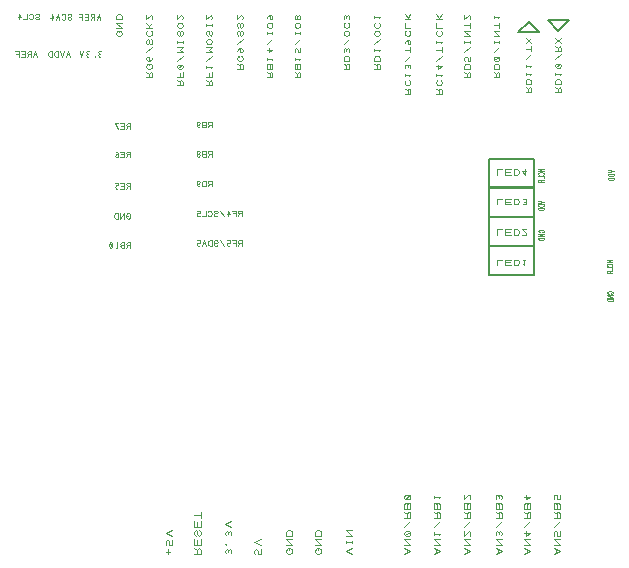
<source format=gbo>
G04 DesignSpark PCB Gerber Version 12.0 Build 5942*
%FSLAX35Y35*%
%MOMM*%
%ADD16C,0.08000*%
%ADD12C,0.12700*%
X0Y0D02*
D02*
D12*
X48058050Y45812770D02*
X48433050D01*
Y46055270D01*
X48058050D01*
Y45812770D01*
Y46057770D02*
X48433050D01*
Y46300270D01*
X48058050D01*
Y46057770D01*
Y46302770D02*
X48433050D01*
Y46545270D01*
X48058050D01*
Y46302770D01*
Y46552770D02*
X48433050D01*
Y46795270D01*
X48058050D01*
Y46552770D01*
X48390550Y47955270D02*
X48302550Y47867270D01*
X48478050Y47867770D01*
X48390550Y47955270D01*
X48641050Y47879770D02*
X48729050Y47967770D01*
X48553550Y47967270D01*
X48641050Y47879770D01*
D02*
D16*
X44230550Y47657180D02*
X44214680Y47704800D01*
X44198800Y47657180D01*
X44224200Y47677020D02*
X44205150D01*
X44179750Y47657180D02*
Y47704800D01*
X44157530D01*
X44151170Y47700830D01*
X44148000Y47692900D01*
X44151170Y47684960D01*
X44157530Y47680990D01*
X44179750D01*
X44157530D02*
X44148000Y47657180D01*
X44128950D02*
Y47704800D01*
X44097200D01*
X44103550Y47680990D02*
X44128950D01*
Y47657180D02*
X44097200D01*
X44078150D02*
Y47704800D01*
X44046400D01*
X44052750Y47680990D02*
X44078150D01*
X44245550Y47986580D02*
X44242370Y47978650D01*
X44236020Y47974680D01*
X44223330D01*
X44216970Y47978650D01*
X44213800Y47986580D01*
X44216970Y47994520D01*
X44223330Y47998490D01*
X44236020D01*
X44242370Y48002460D01*
X44245550Y48010400D01*
X44242370Y48018330D01*
X44236020Y48022300D01*
X44223330D01*
X44216970Y48018330D01*
X44213800Y48010400D01*
X44163000Y47982610D02*
X44166170Y47978650D01*
X44172530Y47974680D01*
X44182050D01*
X44188400Y47978650D01*
X44191570Y47982610D01*
X44194750Y47990550D01*
Y48006430D01*
X44191570Y48014360D01*
X44188400Y48018330D01*
X44182050Y48022300D01*
X44172530D01*
X44166170Y48018330D01*
X44163000Y48014360D01*
X44143950Y48022300D02*
Y47974680D01*
X44112200D01*
X44077280D02*
Y48022300D01*
X44093150Y47990550D01*
X44067750D01*
X44508050Y47657180D02*
X44492180Y47704800D01*
X44476300Y47657180D01*
X44501700Y47677020D02*
X44482650D01*
X44457250Y47704800D02*
X44441380Y47657180D01*
X44425500Y47704800D01*
X44406450Y47657180D02*
Y47704800D01*
X44387400D01*
X44381050Y47700830D01*
X44377870Y47696860D01*
X44374700Y47688930D01*
Y47673050D01*
X44377870Y47665110D01*
X44381050Y47661150D01*
X44387400Y47657180D01*
X44406450D01*
X44355650D02*
Y47704800D01*
X44336600D01*
X44330250Y47700830D01*
X44327070Y47696860D01*
X44323900Y47688930D01*
Y47673050D01*
X44327070Y47665110D01*
X44330250Y47661150D01*
X44336600Y47657180D01*
X44355650D01*
X44520550Y47984080D02*
X44517370Y47976150D01*
X44511020Y47972180D01*
X44498330D01*
X44491970Y47976150D01*
X44488800Y47984080D01*
X44491970Y47992020D01*
X44498330Y47995990D01*
X44511020D01*
X44517370Y47999960D01*
X44520550Y48007900D01*
X44517370Y48015830D01*
X44511020Y48019800D01*
X44498330D01*
X44491970Y48015830D01*
X44488800Y48007900D01*
X44438000Y47980110D02*
X44441170Y47976150D01*
X44447530Y47972180D01*
X44457050D01*
X44463400Y47976150D01*
X44466570Y47980110D01*
X44469750Y47988050D01*
Y48003930D01*
X44466570Y48011860D01*
X44463400Y48015830D01*
X44457050Y48019800D01*
X44447530D01*
X44441170Y48015830D01*
X44438000Y48011860D01*
X44418950Y47972180D02*
X44403080Y48019800D01*
X44387200Y47972180D01*
X44412600Y47992020D02*
X44393550D01*
X44352280Y47972180D02*
Y48019800D01*
X44368150Y47988050D01*
X44342750D01*
X44765550Y47972180D02*
X44749680Y48019800D01*
X44733800Y47972180D01*
X44759200Y47992020D02*
X44740150D01*
X44714750Y47972180D02*
Y48019800D01*
X44692530D01*
X44686170Y48015830D01*
X44683000Y48007900D01*
X44686170Y47999960D01*
X44692530Y47995990D01*
X44714750D01*
X44692530D02*
X44683000Y47972180D01*
X44663950D02*
Y48019800D01*
X44632200D01*
X44638550Y47995990D02*
X44663950D01*
Y47972180D02*
X44632200D01*
X44613150D02*
Y48019800D01*
X44581400D01*
X44587750Y47995990D02*
X44613150D01*
X44769870Y47663650D02*
X44763520Y47659680D01*
X44757180D01*
X44750830Y47663650D01*
X44747650Y47671580D01*
X44750830Y47679520D01*
X44757180Y47683490D01*
X44763520D01*
X44757180D02*
X44750830Y47687460D01*
X44747650Y47695400D01*
X44750830Y47703330D01*
X44757180Y47707300D01*
X44763520D01*
X44769870Y47703330D01*
X44719070Y47659680D02*
X44715900Y47663650D01*
X44719070Y47667610D01*
X44722250Y47663650D01*
X44719070Y47659680D01*
X44668270Y47663650D02*
X44661920Y47659680D01*
X44655580D01*
X44649230Y47663650D01*
X44646050Y47671580D01*
X44649230Y47679520D01*
X44655580Y47683490D01*
X44661920D01*
X44655580D02*
X44649230Y47687460D01*
X44646050Y47695400D01*
X44649230Y47703330D01*
X44655580Y47707300D01*
X44661920D01*
X44668270Y47703330D01*
X44620650Y47707300D02*
X44604780Y47659680D01*
X44588900Y47707300D01*
X44919800Y47864080D02*
Y47877180D01*
X44915830D01*
X44907890Y47872810D01*
X44903930Y47868450D01*
X44899960Y47859710D01*
Y47850990D01*
X44903930Y47842250D01*
X44907890Y47837890D01*
X44915830Y47833520D01*
X44931710D01*
X44939640Y47837890D01*
X44943610Y47842250D01*
X44947580Y47850990D01*
Y47859710D01*
X44943610Y47868450D01*
X44939640Y47872810D01*
X44931710Y47877180D01*
X44899960Y47903370D02*
X44947580D01*
X44899960Y47947030D01*
X44947580D01*
X44899960Y47973220D02*
X44947580D01*
Y47999410D01*
X44943610Y48008150D01*
X44939640Y48012510D01*
X44931710Y48016880D01*
X44915830D01*
X44907890Y48012510D01*
X44903930Y48008150D01*
X44899960Y47999410D01*
Y47973220D01*
X45018050Y46039680D02*
Y46087300D01*
X44995830D01*
X44989470Y46083330D01*
X44986300Y46075400D01*
X44989470Y46067460D01*
X44995830Y46063490D01*
X45018050D01*
X44995830D02*
X44986300Y46039680D01*
X44945030Y46063490D02*
X44938670Y46059520D01*
X44935500Y46051580D01*
X44938670Y46043650D01*
X44945030Y46039680D01*
X44967250D01*
Y46087300D01*
X44945030D01*
X44938670Y46083330D01*
X44935500Y46075400D01*
X44938670Y46067460D01*
X44945030Y46063490D01*
X44967250D01*
X44910100Y46039680D02*
X44897400D01*
X44903750D02*
Y46087300D01*
X44910100Y46079360D01*
X44862470Y46043650D02*
X44856120Y46039680D01*
X44849780D01*
X44843430Y46043650D01*
X44840250Y46051580D01*
Y46075400D01*
X44843430Y46083330D01*
X44849780Y46087300D01*
X44856120D01*
X44862470Y46083330D01*
X44865650Y46075400D01*
Y46051580D01*
X44862470Y46043650D01*
X44843430Y46083330D01*
X44995830Y46307020D02*
X44986300D01*
Y46303050D01*
X44989470Y46295110D01*
X44992650Y46291150D01*
X44999000Y46287180D01*
X45005350D01*
X45011700Y46291150D01*
X45014870Y46295110D01*
X45018050Y46303050D01*
Y46318930D01*
X45014870Y46326860D01*
X45011700Y46330830D01*
X45005350Y46334800D01*
X44999000D01*
X44992650Y46330830D01*
X44989470Y46326860D01*
X44986300Y46318930D01*
X44967250Y46287180D02*
Y46334800D01*
X44935500Y46287180D01*
Y46334800D01*
X44916450Y46287180D02*
Y46334800D01*
X44897400D01*
X44891050Y46330830D01*
X44887870Y46326860D01*
X44884700Y46318930D01*
Y46303050D01*
X44887870Y46295110D01*
X44891050Y46291150D01*
X44897400Y46287180D01*
X44916450D01*
X45018050Y46542180D02*
Y46589800D01*
X44995830D01*
X44989470Y46585830D01*
X44986300Y46577900D01*
X44989470Y46569960D01*
X44995830Y46565990D01*
X45018050D01*
X44995830D02*
X44986300Y46542180D01*
X44967250D02*
Y46589800D01*
X44935500D01*
X44941850Y46565990D02*
X44967250D01*
Y46542180D02*
X44935500D01*
X44916450Y46546150D02*
X44910100Y46542180D01*
X44900580D01*
X44894230Y46546150D01*
X44891050Y46554080D01*
Y46558050D01*
X44894230Y46565990D01*
X44900580Y46569960D01*
X44916450D01*
Y46589800D01*
X44891050D01*
X45018050Y46807180D02*
Y46854800D01*
X44995830D01*
X44989470Y46850830D01*
X44986300Y46842900D01*
X44989470Y46834960D01*
X44995830Y46830990D01*
X45018050D01*
X44995830D02*
X44986300Y46807180D01*
X44967250D02*
Y46854800D01*
X44935500D01*
X44941850Y46830990D02*
X44967250D01*
Y46807180D02*
X44935500D01*
X44916450Y46819080D02*
X44913270Y46827020D01*
X44906920Y46830990D01*
X44900580D01*
X44894230Y46827020D01*
X44891050Y46819080D01*
X44894230Y46811150D01*
X44900580Y46807180D01*
X44906920D01*
X44913270Y46811150D01*
X44916450Y46819080D01*
Y46830990D01*
X44913270Y46842900D01*
X44906920Y46850830D01*
X44900580Y46854800D01*
X45018050Y47047180D02*
Y47094800D01*
X44995830D01*
X44989470Y47090830D01*
X44986300Y47082900D01*
X44989470Y47074960D01*
X44995830Y47070990D01*
X45018050D01*
X44995830D02*
X44986300Y47047180D01*
X44967250D02*
Y47094800D01*
X44935500D01*
X44941850Y47070990D02*
X44967250D01*
Y47047180D02*
X44935500D01*
X44916450D02*
X44891050Y47094800D01*
X44916450D01*
X45154960Y47484270D02*
X45202580D01*
Y47514830D01*
X45198610Y47523560D01*
X45190680Y47527930D01*
X45182740Y47523560D01*
X45178770Y47514830D01*
Y47484270D01*
Y47514830D02*
X45154960Y47527930D01*
X45174800Y47584680D02*
Y47597780D01*
X45170830D01*
X45162890Y47593410D01*
X45158930Y47589050D01*
X45154960Y47580310D01*
Y47571590D01*
X45158930Y47562850D01*
X45162890Y47558490D01*
X45170830Y47554120D01*
X45186710D01*
X45194640Y47558490D01*
X45198610Y47562850D01*
X45202580Y47571590D01*
Y47580310D01*
X45198610Y47589050D01*
X45194640Y47593410D01*
X45186710Y47597780D01*
X45166860Y47623970D02*
X45174800Y47628340D01*
X45178770Y47637070D01*
Y47645790D01*
X45174800Y47654530D01*
X45166860Y47658900D01*
X45158930Y47654530D01*
X45154960Y47645790D01*
Y47637070D01*
X45158930Y47628340D01*
X45166860Y47623970D01*
X45178770D01*
X45190680Y47628340D01*
X45198610Y47637070D01*
X45202580Y47645790D01*
X45154960Y47693820D02*
X45202580Y47737480D01*
X45166860Y47763670D02*
X45158930Y47768040D01*
X45154960Y47776770D01*
Y47794230D01*
X45158930Y47802960D01*
X45166860Y47807330D01*
X45174800Y47802960D01*
X45178770Y47794230D01*
Y47776770D01*
X45182740Y47768040D01*
X45190680Y47763670D01*
X45198610Y47768040D01*
X45202580Y47776770D01*
Y47794230D01*
X45198610Y47802960D01*
X45190680Y47807330D01*
X45162890Y47877180D02*
X45158930Y47872810D01*
X45154960Y47864080D01*
Y47850990D01*
X45158930Y47842250D01*
X45162890Y47837890D01*
X45170830Y47833520D01*
X45186710D01*
X45194640Y47837890D01*
X45198610Y47842250D01*
X45202580Y47850990D01*
Y47864080D01*
X45198610Y47872810D01*
X45194640Y47877180D01*
X45154960Y47903370D02*
X45202580D01*
X45178770D02*
Y47916470D01*
X45202580Y47947030D01*
X45178770Y47916470D02*
X45154960Y47947030D01*
Y48008150D02*
Y47973220D01*
X45182740Y48003780D01*
X45190680Y48008150D01*
X45198610Y48003780D01*
X45202580Y47995040D01*
Y47981950D01*
X45198610Y47973220D01*
X45335680Y43447770D02*
Y43486270D01*
X45318180Y43467020D02*
X45353180D01*
X45322550Y43524770D02*
X45318180Y43534400D01*
Y43548840D01*
X45322550Y43558460D01*
X45331300Y43563270D01*
X45335680D01*
X45344430Y43558460D01*
X45348800Y43548840D01*
Y43524770D01*
X45370680D01*
Y43563270D01*
Y43601770D02*
X45318180Y43625840D01*
X45370680Y43649900D01*
X45414960Y47414420D02*
X45462580D01*
Y47444980D01*
X45458610Y47453710D01*
X45450680Y47458080D01*
X45442740Y47453710D01*
X45438770Y47444980D01*
Y47414420D01*
Y47444980D02*
X45414960Y47458080D01*
Y47484270D02*
X45462580D01*
Y47527930D01*
X45438770Y47519200D02*
Y47484270D01*
X45418930Y47558490D02*
X45414960Y47567220D01*
Y47575940D01*
X45418930Y47584680D01*
X45426860Y47589050D01*
X45450680D01*
X45458610Y47584680D01*
X45462580Y47575940D01*
Y47567220D01*
X45458610Y47558490D01*
X45450680Y47554120D01*
X45426860D01*
X45418930Y47558490D01*
X45458610Y47584680D01*
X45414960Y47623970D02*
X45462580Y47667630D01*
X45414960Y47693820D02*
X45462580D01*
X45438770Y47715640D01*
X45462580Y47737480D01*
X45414960D01*
Y47776770D02*
Y47794230D01*
Y47785490D02*
X45462580D01*
Y47776770D02*
Y47794230D01*
X45426860Y47833520D02*
X45418930Y47837890D01*
X45414960Y47846620D01*
Y47864080D01*
X45418930Y47872810D01*
X45426860Y47877180D01*
X45434800Y47872810D01*
X45438770Y47864080D01*
Y47846620D01*
X45442740Y47837890D01*
X45450680Y47833520D01*
X45458610Y47837890D01*
X45462580Y47846620D01*
Y47864080D01*
X45458610Y47872810D01*
X45450680Y47877180D01*
X45430830Y47903370D02*
X45446710D01*
X45454640Y47907740D01*
X45458610Y47912100D01*
X45462580Y47920840D01*
Y47929560D01*
X45458610Y47938300D01*
X45454640Y47942660D01*
X45446710Y47947030D01*
X45430830D01*
X45422890Y47942660D01*
X45418930Y47938300D01*
X45414960Y47929560D01*
Y47920840D01*
X45418930Y47912100D01*
X45422890Y47907740D01*
X45430830Y47903370D01*
X45414960Y48008150D02*
Y47973220D01*
X45442740Y48003780D01*
X45450680Y48008150D01*
X45458610Y48003780D01*
X45462580Y47995040D01*
Y47981950D01*
X45458610Y47973220D01*
X45561180Y43447770D02*
X45613680D01*
Y43481460D01*
X45609300Y43491090D01*
X45600550Y43495900D01*
X45591800Y43491090D01*
X45587430Y43481460D01*
Y43447770D01*
Y43481460D02*
X45561180Y43495900D01*
Y43524770D02*
X45613680D01*
Y43572900D01*
X45587430Y43563270D02*
Y43524770D01*
X45561180D02*
Y43572900D01*
X45574300Y43601770D02*
X45565550Y43606590D01*
X45561180Y43616210D01*
Y43635460D01*
X45565550Y43645090D01*
X45574300Y43649900D01*
X45583050Y43645090D01*
X45587430Y43635460D01*
Y43616210D01*
X45591800Y43606590D01*
X45600550Y43601770D01*
X45609300Y43606590D01*
X45613680Y43616210D01*
Y43635460D01*
X45609300Y43645090D01*
X45600550Y43649900D01*
X45561180Y43678770D02*
X45613680D01*
Y43726900D01*
X45587430Y43717270D02*
Y43678770D01*
X45561180D02*
Y43726900D01*
Y43779840D02*
X45613680D01*
Y43755770D02*
Y43803900D01*
X45662460Y47414420D02*
X45710080D01*
Y47444980D01*
X45706110Y47453710D01*
X45698180Y47458080D01*
X45690240Y47453710D01*
X45686270Y47444980D01*
Y47414420D01*
Y47444980D02*
X45662460Y47458080D01*
Y47484270D02*
X45710080D01*
Y47527930D01*
X45686270Y47519200D02*
Y47484270D01*
X45662460Y47562850D02*
Y47580310D01*
Y47571590D02*
X45710080D01*
X45702140Y47562850D01*
X45662460Y47623970D02*
X45710080Y47667630D01*
X45662460Y47693820D02*
X45710080D01*
X45686270Y47715640D01*
X45710080Y47737480D01*
X45662460D01*
X45678330Y47763670D02*
X45694210D01*
X45702140Y47768040D01*
X45706110Y47772400D01*
X45710080Y47781140D01*
Y47789860D01*
X45706110Y47798600D01*
X45702140Y47802960D01*
X45694210Y47807330D01*
X45678330D01*
X45670390Y47802960D01*
X45666430Y47798600D01*
X45662460Y47789860D01*
Y47781140D01*
X45666430Y47772400D01*
X45670390Y47768040D01*
X45678330Y47763670D01*
X45674360Y47833520D02*
X45666430Y47837890D01*
X45662460Y47846620D01*
Y47864080D01*
X45666430Y47872810D01*
X45674360Y47877180D01*
X45682300Y47872810D01*
X45686270Y47864080D01*
Y47846620D01*
X45690240Y47837890D01*
X45698180Y47833520D01*
X45706110Y47837890D01*
X45710080Y47846620D01*
Y47864080D01*
X45706110Y47872810D01*
X45698180Y47877180D01*
X45662460Y47916470D02*
Y47933930D01*
Y47925190D02*
X45710080D01*
Y47916470D02*
Y47933930D01*
X45662460Y48008150D02*
Y47973220D01*
X45690240Y48003780D01*
X45698180Y48008150D01*
X45706110Y48003780D01*
X45710080Y47995040D01*
Y47981950D01*
X45706110Y47973220D01*
X45709050Y46559680D02*
Y46607300D01*
X45686830D01*
X45680470Y46603330D01*
X45677300Y46595400D01*
X45680470Y46587460D01*
X45686830Y46583490D01*
X45709050D01*
X45686830D02*
X45677300Y46559680D01*
X45658250D02*
Y46607300D01*
X45639200D01*
X45632850Y46603330D01*
X45629670Y46599360D01*
X45626500Y46591430D01*
Y46575550D01*
X45629670Y46567610D01*
X45632850Y46563650D01*
X45639200Y46559680D01*
X45658250D01*
X45597920D02*
X45591580Y46563650D01*
X45585230Y46571580D01*
X45582050Y46583490D01*
Y46595400D01*
X45585230Y46603330D01*
X45591580Y46607300D01*
X45597920D01*
X45604270Y46603330D01*
X45607450Y46595400D01*
X45604270Y46587460D01*
X45597920Y46583490D01*
X45591580D01*
X45585230Y46587460D01*
X45582050Y46595400D01*
X45709050Y46812180D02*
Y46859800D01*
X45686830D01*
X45680470Y46855830D01*
X45677300Y46847900D01*
X45680470Y46839960D01*
X45686830Y46835990D01*
X45709050D01*
X45686830D02*
X45677300Y46812180D01*
X45636030Y46835990D02*
X45629670Y46832020D01*
X45626500Y46824080D01*
X45629670Y46816150D01*
X45636030Y46812180D01*
X45658250D01*
Y46859800D01*
X45636030D01*
X45629670Y46855830D01*
X45626500Y46847900D01*
X45629670Y46839960D01*
X45636030Y46835990D01*
X45658250D01*
X45597920D02*
X45591580D01*
X45585230Y46839960D01*
X45582050Y46847900D01*
X45585230Y46855830D01*
X45591580Y46859800D01*
X45597920D01*
X45604270Y46855830D01*
X45607450Y46847900D01*
X45604270Y46839960D01*
X45597920Y46835990D01*
X45604270Y46832020D01*
X45607450Y46824080D01*
X45604270Y46816150D01*
X45597920Y46812180D01*
X45591580D01*
X45585230Y46816150D01*
X45582050Y46824080D01*
X45585230Y46832020D01*
X45591580Y46835990D01*
X45709050Y47059680D02*
Y47107300D01*
X45686830D01*
X45680470Y47103330D01*
X45677300Y47095400D01*
X45680470Y47087460D01*
X45686830Y47083490D01*
X45709050D01*
X45686830D02*
X45677300Y47059680D01*
X45636030Y47083490D02*
X45629670Y47079520D01*
X45626500Y47071580D01*
X45629670Y47063650D01*
X45636030Y47059680D01*
X45658250D01*
Y47107300D01*
X45636030D01*
X45629670Y47103330D01*
X45626500Y47095400D01*
X45629670Y47087460D01*
X45636030Y47083490D01*
X45658250D01*
X45597920Y47059680D02*
X45591580Y47063650D01*
X45585230Y47071580D01*
X45582050Y47083490D01*
Y47095400D01*
X45585230Y47103330D01*
X45591580Y47107300D01*
X45597920D01*
X45604270Y47103330D01*
X45607450Y47095400D01*
X45604270Y47087460D01*
X45597920Y47083490D01*
X45591580D01*
X45585230Y47087460D01*
X45582050Y47095400D01*
X45825550Y43452590D02*
X45821180Y43462210D01*
Y43471840D01*
X45825550Y43481460D01*
X45834300Y43486270D01*
X45843050Y43481460D01*
X45847430Y43471840D01*
Y43462210D01*
Y43471840D02*
X45851800Y43481460D01*
X45860550Y43486270D01*
X45869300Y43481460D01*
X45873680Y43471840D01*
Y43462210D01*
X45869300Y43452590D01*
X45821180Y43529590D02*
X45825550Y43534400D01*
X45829930Y43529590D01*
X45825550Y43524770D01*
X45821180Y43529590D01*
X45825550Y43606590D02*
X45821180Y43616210D01*
Y43625840D01*
X45825550Y43635460D01*
X45834300Y43640270D01*
X45843050Y43635460D01*
X45847430Y43625840D01*
Y43616210D01*
Y43625840D02*
X45851800Y43635460D01*
X45860550Y43640270D01*
X45869300Y43635460D01*
X45873680Y43625840D01*
Y43616210D01*
X45869300Y43606590D01*
X45873680Y43678770D02*
X45821180Y43702840D01*
X45873680Y43726900D01*
X45922460Y47554120D02*
X45970080D01*
Y47584680D01*
X45966110Y47593410D01*
X45958180Y47597780D01*
X45950240Y47593410D01*
X45946270Y47584680D01*
Y47554120D01*
Y47584680D02*
X45922460Y47597780D01*
X45942300Y47654530D02*
Y47667630D01*
X45938330D01*
X45930390Y47663260D01*
X45926430Y47658900D01*
X45922460Y47650160D01*
Y47641440D01*
X45926430Y47632700D01*
X45930390Y47628340D01*
X45938330Y47623970D01*
X45954210D01*
X45962140Y47628340D01*
X45966110Y47632700D01*
X45970080Y47641440D01*
Y47650160D01*
X45966110Y47658900D01*
X45962140Y47663260D01*
X45954210Y47667630D01*
X45922460Y47706920D02*
X45926430Y47715640D01*
X45934360Y47724380D01*
X45946270Y47728750D01*
X45958180D01*
X45966110Y47724380D01*
X45970080Y47715640D01*
Y47706920D01*
X45966110Y47698190D01*
X45958180Y47693820D01*
X45950240Y47698190D01*
X45946270Y47706920D01*
Y47715640D01*
X45950240Y47724380D01*
X45958180Y47728750D01*
X45922460Y47763670D02*
X45970080Y47807330D01*
X45934360Y47833520D02*
X45926430Y47837890D01*
X45922460Y47846620D01*
Y47864080D01*
X45926430Y47872810D01*
X45934360Y47877180D01*
X45942300Y47872810D01*
X45946270Y47864080D01*
Y47846620D01*
X45950240Y47837890D01*
X45958180Y47833520D01*
X45966110Y47837890D01*
X45970080Y47846620D01*
Y47864080D01*
X45966110Y47872810D01*
X45958180Y47877180D01*
X45934360Y47903370D02*
X45926430Y47907740D01*
X45922460Y47916470D01*
Y47933930D01*
X45926430Y47942660D01*
X45934360Y47947030D01*
X45942300Y47942660D01*
X45946270Y47933930D01*
Y47916470D01*
X45950240Y47907740D01*
X45958180Y47903370D01*
X45966110Y47907740D01*
X45970080Y47916470D01*
Y47933930D01*
X45966110Y47942660D01*
X45958180Y47947030D01*
X45922460Y48008150D02*
Y47973220D01*
X45950240Y48003780D01*
X45958180Y48008150D01*
X45966110Y48003780D01*
X45970080Y47995040D01*
Y47981950D01*
X45966110Y47973220D01*
X45963050Y46057180D02*
Y46104800D01*
X45940830D01*
X45934470Y46100830D01*
X45931300Y46092900D01*
X45934470Y46084960D01*
X45940830Y46080990D01*
X45963050D01*
X45940830D02*
X45931300Y46057180D01*
X45912250D02*
Y46104800D01*
X45880500D01*
X45886850Y46080990D02*
X45912250D01*
X45861450Y46061150D02*
X45855100Y46057180D01*
X45845580D01*
X45839230Y46061150D01*
X45836050Y46069080D01*
Y46073050D01*
X45839230Y46080990D01*
X45845580Y46084960D01*
X45861450D01*
Y46104800D01*
X45836050D01*
X45810650Y46057180D02*
X45778900Y46104800D01*
X45759850Y46069080D02*
X45756670Y46061150D01*
X45750320Y46057180D01*
X45737630D01*
X45731270Y46061150D01*
X45728100Y46069080D01*
X45731270Y46077020D01*
X45737630Y46080990D01*
X45750320D01*
X45756670Y46084960D01*
X45759850Y46092900D01*
X45756670Y46100830D01*
X45750320Y46104800D01*
X45737630D01*
X45731270Y46100830D01*
X45728100Y46092900D01*
X45709050Y46057180D02*
Y46104800D01*
X45690000D01*
X45683650Y46100830D01*
X45680470Y46096860D01*
X45677300Y46088930D01*
Y46073050D01*
X45680470Y46065110D01*
X45683650Y46061150D01*
X45690000Y46057180D01*
X45709050D01*
X45658250D02*
X45642380Y46104800D01*
X45626500Y46057180D01*
X45651900Y46077020D02*
X45632850D01*
X45607450Y46061150D02*
X45601100Y46057180D01*
X45591580D01*
X45585230Y46061150D01*
X45582050Y46069080D01*
Y46073050D01*
X45585230Y46080990D01*
X45591580Y46084960D01*
X45607450D01*
Y46104800D01*
X45582050D01*
X45963050Y46307180D02*
Y46354800D01*
X45940830D01*
X45934470Y46350830D01*
X45931300Y46342900D01*
X45934470Y46334960D01*
X45940830Y46330990D01*
X45963050D01*
X45940830D02*
X45931300Y46307180D01*
X45912250D02*
Y46354800D01*
X45880500D01*
X45886850Y46330990D02*
X45912250D01*
X45845580Y46307180D02*
Y46354800D01*
X45861450Y46323050D01*
X45836050D01*
X45810650Y46307180D02*
X45778900Y46354800D01*
X45759850Y46319080D02*
X45756670Y46311150D01*
X45750320Y46307180D01*
X45737630D01*
X45731270Y46311150D01*
X45728100Y46319080D01*
X45731270Y46327020D01*
X45737630Y46330990D01*
X45750320D01*
X45756670Y46334960D01*
X45759850Y46342900D01*
X45756670Y46350830D01*
X45750320Y46354800D01*
X45737630D01*
X45731270Y46350830D01*
X45728100Y46342900D01*
X45677300Y46315110D02*
X45680470Y46311150D01*
X45686830Y46307180D01*
X45696350D01*
X45702700Y46311150D01*
X45705870Y46315110D01*
X45709050Y46323050D01*
Y46338930D01*
X45705870Y46346860D01*
X45702700Y46350830D01*
X45696350Y46354800D01*
X45686830D01*
X45680470Y46350830D01*
X45677300Y46346860D01*
X45658250Y46354800D02*
Y46307180D01*
X45626500D01*
X45607450Y46311150D02*
X45601100Y46307180D01*
X45591580D01*
X45585230Y46311150D01*
X45582050Y46319080D01*
Y46323050D01*
X45585230Y46330990D01*
X45591580Y46334960D01*
X45607450D01*
Y46354800D01*
X45582050D01*
X46073050Y43447770D02*
X46068680Y43457400D01*
Y43471840D01*
X46073050Y43481460D01*
X46081800Y43486270D01*
X46086180D01*
X46094930Y43481460D01*
X46099300Y43471840D01*
Y43447770D01*
X46121180D01*
Y43486270D01*
Y43524770D02*
X46068680Y43548840D01*
X46121180Y43572900D01*
X46174960Y47484270D02*
X46222580D01*
Y47514830D01*
X46218610Y47523560D01*
X46210680Y47527930D01*
X46202740Y47523560D01*
X46198770Y47514830D01*
Y47484270D01*
Y47514830D02*
X46174960Y47527930D01*
X46198770Y47584680D02*
X46194800Y47593410D01*
X46186860Y47597780D01*
X46178930Y47593410D01*
X46174960Y47584680D01*
Y47554120D01*
X46222580D01*
Y47584680D01*
X46218610Y47593410D01*
X46210680Y47597780D01*
X46202740Y47593410D01*
X46198770Y47584680D01*
Y47554120D01*
X46174960Y47632700D02*
Y47650160D01*
Y47641440D02*
X46222580D01*
X46214640Y47632700D01*
X46174960Y47715640D02*
X46222580D01*
X46190830Y47693820D01*
Y47728750D01*
X46174960Y47763670D02*
X46222580Y47807330D01*
X46174960Y47846620D02*
Y47864080D01*
Y47855340D02*
X46222580D01*
Y47846620D02*
Y47864080D01*
X46190830Y47903370D02*
X46206710D01*
X46214640Y47907740D01*
X46218610Y47912100D01*
X46222580Y47920840D01*
Y47929560D01*
X46218610Y47938300D01*
X46214640Y47942660D01*
X46206710Y47947030D01*
X46190830D01*
X46182890Y47942660D01*
X46178930Y47938300D01*
X46174960Y47929560D01*
Y47920840D01*
X46178930Y47912100D01*
X46182890Y47907740D01*
X46190830Y47903370D01*
X46174960Y47986320D02*
X46178930Y47995040D01*
X46186860Y48003780D01*
X46198770Y48008150D01*
X46210680D01*
X46218610Y48003780D01*
X46222580Y47995040D01*
Y47986320D01*
X46218610Y47977590D01*
X46210680Y47973220D01*
X46202740Y47977590D01*
X46198770Y47986320D01*
Y47995040D01*
X46202740Y48003780D01*
X46210680Y48008150D01*
X46360550Y43481460D02*
Y43495900D01*
X46356180D01*
X46347430Y43491090D01*
X46343050Y43486270D01*
X46338680Y43476650D01*
Y43467020D01*
X46343050Y43457400D01*
X46347430Y43452590D01*
X46356180Y43447770D01*
X46373680D01*
X46382430Y43452590D01*
X46386800Y43457400D01*
X46391180Y43467020D01*
Y43476650D01*
X46386800Y43486270D01*
X46382430Y43491090D01*
X46373680Y43495900D01*
X46338680Y43524770D02*
X46391180D01*
X46338680Y43572900D01*
X46391180D01*
X46338680Y43601770D02*
X46391180D01*
Y43630650D01*
X46386800Y43640270D01*
X46382430Y43645090D01*
X46373680Y43649900D01*
X46356180D01*
X46347430Y43645090D01*
X46343050Y43640270D01*
X46338680Y43630650D01*
Y43601770D01*
X46409960Y47484270D02*
X46457580D01*
Y47514830D01*
X46453610Y47523560D01*
X46445680Y47527930D01*
X46437740Y47523560D01*
X46433770Y47514830D01*
Y47484270D01*
Y47514830D02*
X46409960Y47527930D01*
X46433770Y47584680D02*
X46429800Y47593410D01*
X46421860Y47597780D01*
X46413930Y47593410D01*
X46409960Y47584680D01*
Y47554120D01*
X46457580D01*
Y47584680D01*
X46453610Y47593410D01*
X46445680Y47597780D01*
X46437740Y47593410D01*
X46433770Y47584680D01*
Y47554120D01*
X46409960Y47632700D02*
Y47650160D01*
Y47641440D02*
X46457580D01*
X46449640Y47632700D01*
X46413930Y47693820D02*
X46409960Y47702550D01*
Y47715640D01*
X46413930Y47724380D01*
X46421860Y47728750D01*
X46425830D01*
X46433770Y47724380D01*
X46437740Y47715640D01*
Y47693820D01*
X46457580D01*
Y47728750D01*
X46409960Y47763670D02*
X46457580Y47807330D01*
X46409960Y47846620D02*
Y47864080D01*
Y47855340D02*
X46457580D01*
Y47846620D02*
Y47864080D01*
X46425830Y47903370D02*
X46441710D01*
X46449640Y47907740D01*
X46453610Y47912100D01*
X46457580Y47920840D01*
Y47929560D01*
X46453610Y47938300D01*
X46449640Y47942660D01*
X46441710Y47947030D01*
X46425830D01*
X46417890Y47942660D01*
X46413930Y47938300D01*
X46409960Y47929560D01*
Y47920840D01*
X46413930Y47912100D01*
X46417890Y47907740D01*
X46425830Y47903370D01*
X46433770Y47986320D02*
Y47995040D01*
X46437740Y48003780D01*
X46445680Y48008150D01*
X46453610Y48003780D01*
X46457580Y47995040D01*
Y47986320D01*
X46453610Y47977590D01*
X46445680Y47973220D01*
X46437740Y47977590D01*
X46433770Y47986320D01*
X46429800Y47977590D01*
X46421860Y47973220D01*
X46413930Y47977590D01*
X46409960Y47986320D01*
Y47995040D01*
X46413930Y48003780D01*
X46421860Y48008150D01*
X46429800Y48003780D01*
X46433770Y47995040D01*
X46605550Y43481460D02*
Y43495900D01*
X46601180D01*
X46592430Y43491090D01*
X46588050Y43486270D01*
X46583680Y43476650D01*
Y43467020D01*
X46588050Y43457400D01*
X46592430Y43452590D01*
X46601180Y43447770D01*
X46618680D01*
X46627430Y43452590D01*
X46631800Y43457400D01*
X46636180Y43467020D01*
Y43476650D01*
X46631800Y43486270D01*
X46627430Y43491090D01*
X46618680Y43495900D01*
X46583680Y43524770D02*
X46636180D01*
X46583680Y43572900D01*
X46636180D01*
X46583680Y43601770D02*
X46636180D01*
Y43630650D01*
X46631800Y43640270D01*
X46627430Y43645090D01*
X46618680Y43649900D01*
X46601180D01*
X46592430Y43645090D01*
X46588050Y43640270D01*
X46583680Y43630650D01*
Y43601770D01*
X46824960Y47554120D02*
X46872580D01*
Y47584680D01*
X46868610Y47593410D01*
X46860680Y47597780D01*
X46852740Y47593410D01*
X46848770Y47584680D01*
Y47554120D01*
Y47584680D02*
X46824960Y47597780D01*
Y47623970D02*
X46872580D01*
Y47650160D01*
X46868610Y47658900D01*
X46864640Y47663260D01*
X46856710Y47667630D01*
X46840830D01*
X46832890Y47663260D01*
X46828930Y47658900D01*
X46824960Y47650160D01*
Y47623970D01*
X46828930Y47698190D02*
X46824960Y47706920D01*
Y47715640D01*
X46828930Y47724380D01*
X46836860Y47728750D01*
X46844800Y47724380D01*
X46848770Y47715640D01*
Y47706920D01*
Y47715640D02*
X46852740Y47724380D01*
X46860680Y47728750D01*
X46868610Y47724380D01*
X46872580Y47715640D01*
Y47706920D01*
X46868610Y47698190D01*
X46824960Y47763670D02*
X46872580Y47807330D01*
X46840830Y47833520D02*
X46856710D01*
X46864640Y47837890D01*
X46868610Y47842250D01*
X46872580Y47850990D01*
Y47859710D01*
X46868610Y47868450D01*
X46864640Y47872810D01*
X46856710Y47877180D01*
X46840830D01*
X46832890Y47872810D01*
X46828930Y47868450D01*
X46824960Y47859710D01*
Y47850990D01*
X46828930Y47842250D01*
X46832890Y47837890D01*
X46840830Y47833520D01*
X46832890Y47947030D02*
X46828930Y47942660D01*
X46824960Y47933930D01*
Y47920840D01*
X46828930Y47912100D01*
X46832890Y47907740D01*
X46840830Y47903370D01*
X46856710D01*
X46864640Y47907740D01*
X46868610Y47912100D01*
X46872580Y47920840D01*
Y47933930D01*
X46868610Y47942660D01*
X46864640Y47947030D01*
X46828930Y47977590D02*
X46824960Y47986320D01*
Y47995040D01*
X46828930Y48003780D01*
X46836860Y48008150D01*
X46844800Y48003780D01*
X46848770Y47995040D01*
Y47986320D01*
Y47995040D02*
X46852740Y48003780D01*
X46860680Y48008150D01*
X46868610Y48003780D01*
X46872580Y47995040D01*
Y47986320D01*
X46868610Y47977590D01*
X46896180Y43447770D02*
X46843680Y43471840D01*
X46896180Y43495900D01*
X46843680Y43539210D02*
Y43558460D01*
Y43548840D02*
X46896180D01*
Y43539210D02*
Y43558460D01*
X46843680Y43601770D02*
X46896180D01*
X46843680Y43649900D01*
X46896180D01*
X47082460Y47554120D02*
X47130080D01*
Y47584680D01*
X47126110Y47593410D01*
X47118180Y47597780D01*
X47110240Y47593410D01*
X47106270Y47584680D01*
Y47554120D01*
Y47584680D02*
X47082460Y47597780D01*
Y47623970D02*
X47130080D01*
Y47650160D01*
X47126110Y47658900D01*
X47122140Y47663260D01*
X47114210Y47667630D01*
X47098330D01*
X47090390Y47663260D01*
X47086430Y47658900D01*
X47082460Y47650160D01*
Y47623970D01*
Y47702550D02*
Y47720010D01*
Y47711290D02*
X47130080D01*
X47122140Y47702550D01*
X47082460Y47763670D02*
X47130080Y47807330D01*
X47098330Y47833520D02*
X47114210D01*
X47122140Y47837890D01*
X47126110Y47842250D01*
X47130080Y47850990D01*
Y47859710D01*
X47126110Y47868450D01*
X47122140Y47872810D01*
X47114210Y47877180D01*
X47098330D01*
X47090390Y47872810D01*
X47086430Y47868450D01*
X47082460Y47859710D01*
Y47850990D01*
X47086430Y47842250D01*
X47090390Y47837890D01*
X47098330Y47833520D01*
X47090390Y47947030D02*
X47086430Y47942660D01*
X47082460Y47933930D01*
Y47920840D01*
X47086430Y47912100D01*
X47090390Y47907740D01*
X47098330Y47903370D01*
X47114210D01*
X47122140Y47907740D01*
X47126110Y47912100D01*
X47130080Y47920840D01*
Y47933930D01*
X47126110Y47942660D01*
X47122140Y47947030D01*
X47082460Y47981950D02*
Y47999410D01*
Y47990690D02*
X47130080D01*
X47122140Y47981950D01*
X47336180Y43447770D02*
X47388680Y43471840D01*
X47336180Y43495900D01*
X47358050Y43457400D02*
Y43486270D01*
X47336180Y43524770D02*
X47388680D01*
X47336180Y43572900D01*
X47388680D01*
X47340550Y43606590D02*
X47336180Y43616210D01*
Y43625840D01*
X47340550Y43635460D01*
X47349300Y43640270D01*
X47375550D01*
X47384300Y43635460D01*
X47388680Y43625840D01*
Y43616210D01*
X47384300Y43606590D01*
X47375550Y43601770D01*
X47349300D01*
X47340550Y43606590D01*
X47384300Y43635460D01*
X47336180Y43678770D02*
X47388680Y43726900D01*
X47336180Y43755770D02*
X47388680D01*
Y43789460D01*
X47384300Y43799090D01*
X47375550Y43803900D01*
X47366800Y43799090D01*
X47362430Y43789460D01*
Y43755770D01*
Y43789460D02*
X47336180Y43803900D01*
X47362430Y43866460D02*
X47358050Y43876090D01*
X47349300Y43880900D01*
X47340550Y43876090D01*
X47336180Y43866460D01*
Y43832770D01*
X47388680D01*
Y43866460D01*
X47384300Y43876090D01*
X47375550Y43880900D01*
X47366800Y43876090D01*
X47362430Y43866460D01*
Y43832770D01*
X47340550Y43914590D02*
X47336180Y43924210D01*
Y43933840D01*
X47340550Y43943460D01*
X47349300Y43948270D01*
X47375550D01*
X47384300Y43943460D01*
X47388680Y43933840D01*
Y43924210D01*
X47384300Y43914590D01*
X47375550Y43909770D01*
X47349300D01*
X47340550Y43914590D01*
X47384300Y43943460D01*
X47342460Y47344570D02*
X47390080D01*
Y47375130D01*
X47386110Y47383860D01*
X47378180Y47388230D01*
X47370240Y47383860D01*
X47366270Y47375130D01*
Y47344570D01*
Y47375130D02*
X47342460Y47388230D01*
X47350390Y47458080D02*
X47346430Y47453710D01*
X47342460Y47444980D01*
Y47431890D01*
X47346430Y47423150D01*
X47350390Y47418790D01*
X47358330Y47414420D01*
X47374210D01*
X47382140Y47418790D01*
X47386110Y47423150D01*
X47390080Y47431890D01*
Y47444980D01*
X47386110Y47453710D01*
X47382140Y47458080D01*
X47342460Y47493000D02*
Y47510460D01*
Y47501740D02*
X47390080D01*
X47382140Y47493000D01*
X47346430Y47558490D02*
X47342460Y47567220D01*
Y47575940D01*
X47346430Y47584680D01*
X47354360Y47589050D01*
X47362300Y47584680D01*
X47366270Y47575940D01*
Y47567220D01*
Y47575940D02*
X47370240Y47584680D01*
X47378180Y47589050D01*
X47386110Y47584680D01*
X47390080Y47575940D01*
Y47567220D01*
X47386110Y47558490D01*
X47342460Y47623970D02*
X47390080Y47667630D01*
X47342460Y47715640D02*
X47390080D01*
Y47693820D02*
Y47737480D01*
X47342460Y47776770D02*
X47346430Y47785490D01*
X47354360Y47794230D01*
X47366270Y47798600D01*
X47378180D01*
X47386110Y47794230D01*
X47390080Y47785490D01*
Y47776770D01*
X47386110Y47768040D01*
X47378180Y47763670D01*
X47370240Y47768040D01*
X47366270Y47776770D01*
Y47785490D01*
X47370240Y47794230D01*
X47378180Y47798600D01*
X47350390Y47877180D02*
X47346430Y47872810D01*
X47342460Y47864080D01*
Y47850990D01*
X47346430Y47842250D01*
X47350390Y47837890D01*
X47358330Y47833520D01*
X47374210D01*
X47382140Y47837890D01*
X47386110Y47842250D01*
X47390080Y47850990D01*
Y47864080D01*
X47386110Y47872810D01*
X47382140Y47877180D01*
X47390080Y47903370D02*
X47342460D01*
Y47947030D01*
Y47973220D02*
X47390080D01*
X47366270D02*
Y47986320D01*
X47390080Y48016880D01*
X47366270Y47986320D02*
X47342460Y48016880D01*
X47586180Y43447770D02*
X47638680Y43471840D01*
X47586180Y43495900D01*
X47608050Y43457400D02*
Y43486270D01*
X47586180Y43524770D02*
X47638680D01*
X47586180Y43572900D01*
X47638680D01*
X47586180Y43611400D02*
Y43630650D01*
Y43621020D02*
X47638680D01*
X47629930Y43611400D01*
X47586180Y43678770D02*
X47638680Y43726900D01*
X47586180Y43755770D02*
X47638680D01*
Y43789460D01*
X47634300Y43799090D01*
X47625550Y43803900D01*
X47616800Y43799090D01*
X47612430Y43789460D01*
Y43755770D01*
Y43789460D02*
X47586180Y43803900D01*
X47612430Y43866460D02*
X47608050Y43876090D01*
X47599300Y43880900D01*
X47590550Y43876090D01*
X47586180Y43866460D01*
Y43832770D01*
X47638680D01*
Y43866460D01*
X47634300Y43876090D01*
X47625550Y43880900D01*
X47616800Y43876090D01*
X47612430Y43866460D01*
Y43832770D01*
X47586180Y43919400D02*
Y43938650D01*
Y43929020D02*
X47638680D01*
X47629930Y43919400D01*
X47607460Y47344570D02*
X47655080D01*
Y47375130D01*
X47651110Y47383860D01*
X47643180Y47388230D01*
X47635240Y47383860D01*
X47631270Y47375130D01*
Y47344570D01*
Y47375130D02*
X47607460Y47388230D01*
X47615390Y47458080D02*
X47611430Y47453710D01*
X47607460Y47444980D01*
Y47431890D01*
X47611430Y47423150D01*
X47615390Y47418790D01*
X47623330Y47414420D01*
X47639210D01*
X47647140Y47418790D01*
X47651110Y47423150D01*
X47655080Y47431890D01*
Y47444980D01*
X47651110Y47453710D01*
X47647140Y47458080D01*
X47607460Y47493000D02*
Y47510460D01*
Y47501740D02*
X47655080D01*
X47647140Y47493000D01*
X47607460Y47575940D02*
X47655080D01*
X47623330Y47554120D01*
Y47589050D01*
X47607460Y47623970D02*
X47655080Y47667630D01*
X47607460Y47715640D02*
X47655080D01*
Y47693820D02*
Y47737480D01*
X47607460Y47772400D02*
Y47789860D01*
Y47781140D02*
X47655080D01*
X47647140Y47772400D01*
X47615390Y47877180D02*
X47611430Y47872810D01*
X47607460Y47864080D01*
Y47850990D01*
X47611430Y47842250D01*
X47615390Y47837890D01*
X47623330Y47833520D01*
X47639210D01*
X47647140Y47837890D01*
X47651110Y47842250D01*
X47655080Y47850990D01*
Y47864080D01*
X47651110Y47872810D01*
X47647140Y47877180D01*
X47655080Y47903370D02*
X47607460D01*
Y47947030D01*
Y47973220D02*
X47655080D01*
X47631270D02*
Y47986320D01*
X47655080Y48016880D01*
X47631270Y47986320D02*
X47607460Y48016880D01*
X47843680Y43447770D02*
X47896180Y43471840D01*
X47843680Y43495900D01*
X47865550Y43457400D02*
Y43486270D01*
X47843680Y43524770D02*
X47896180D01*
X47843680Y43572900D01*
X47896180D01*
X47843680Y43640270D02*
Y43601770D01*
X47874300Y43635460D01*
X47883050Y43640270D01*
X47891800Y43635460D01*
X47896180Y43625840D01*
Y43611400D01*
X47891800Y43601770D01*
X47843680Y43678770D02*
X47896180Y43726900D01*
X47843680Y43755770D02*
X47896180D01*
Y43789460D01*
X47891800Y43799090D01*
X47883050Y43803900D01*
X47874300Y43799090D01*
X47869930Y43789460D01*
Y43755770D01*
Y43789460D02*
X47843680Y43803900D01*
X47869930Y43866460D02*
X47865550Y43876090D01*
X47856800Y43880900D01*
X47848050Y43876090D01*
X47843680Y43866460D01*
Y43832770D01*
X47896180D01*
Y43866460D01*
X47891800Y43876090D01*
X47883050Y43880900D01*
X47874300Y43876090D01*
X47869930Y43866460D01*
Y43832770D01*
X47843680Y43948270D02*
Y43909770D01*
X47874300Y43943460D01*
X47883050Y43948270D01*
X47891800Y43943460D01*
X47896180Y43933840D01*
Y43919400D01*
X47891800Y43909770D01*
X47847460Y47484270D02*
X47895080D01*
Y47514830D01*
X47891110Y47523560D01*
X47883180Y47527930D01*
X47875240Y47523560D01*
X47871270Y47514830D01*
Y47484270D01*
Y47514830D02*
X47847460Y47527930D01*
Y47554120D02*
X47895080D01*
Y47580310D01*
X47891110Y47589050D01*
X47887140Y47593410D01*
X47879210Y47597780D01*
X47863330D01*
X47855390Y47593410D01*
X47851430Y47589050D01*
X47847460Y47580310D01*
Y47554120D01*
X47851430Y47623970D02*
X47847460Y47632700D01*
Y47645790D01*
X47851430Y47654530D01*
X47859360Y47658900D01*
X47863330D01*
X47871270Y47654530D01*
X47875240Y47645790D01*
Y47623970D01*
X47895080D01*
Y47658900D01*
X47847460Y47693820D02*
X47895080Y47737480D01*
X47847460Y47776770D02*
Y47794230D01*
Y47785490D02*
X47895080D01*
Y47776770D02*
Y47794230D01*
X47847460Y47833520D02*
X47895080D01*
X47847460Y47877180D01*
X47895080D01*
X47847460Y47925190D02*
X47895080D01*
Y47903370D02*
Y47947030D01*
X47847460Y48008150D02*
Y47973220D01*
X47875240Y48003780D01*
X47883180Y48008150D01*
X47891110Y48003780D01*
X47895080Y47995040D01*
Y47981950D01*
X47891110Y47973220D01*
X48094960Y47484270D02*
X48142580D01*
Y47514830D01*
X48138610Y47523560D01*
X48130680Y47527930D01*
X48122740Y47523560D01*
X48118770Y47514830D01*
Y47484270D01*
Y47514830D02*
X48094960Y47527930D01*
Y47554120D02*
X48142580D01*
Y47580310D01*
X48138610Y47589050D01*
X48134640Y47593410D01*
X48126710Y47597780D01*
X48110830D01*
X48102890Y47593410D01*
X48098930Y47589050D01*
X48094960Y47580310D01*
Y47554120D01*
X48098930Y47628340D02*
X48094960Y47637070D01*
Y47645790D01*
X48098930Y47654530D01*
X48106860Y47658900D01*
X48130680D01*
X48138610Y47654530D01*
X48142580Y47645790D01*
Y47637070D01*
X48138610Y47628340D01*
X48130680Y47623970D01*
X48106860D01*
X48098930Y47628340D01*
X48138610Y47654530D01*
X48094960Y47693820D02*
X48142580Y47737480D01*
X48094960Y47776770D02*
Y47794230D01*
Y47785490D02*
X48142580D01*
Y47776770D02*
Y47794230D01*
X48094960Y47833520D02*
X48142580D01*
X48094960Y47877180D01*
X48142580D01*
X48094960Y47925190D02*
X48142580D01*
Y47903370D02*
Y47947030D01*
X48094960Y47981950D02*
Y47999410D01*
Y47990690D02*
X48142580D01*
X48134640Y47981950D01*
X48111180Y43447770D02*
X48163680Y43471840D01*
X48111180Y43495900D01*
X48133050Y43457400D02*
Y43486270D01*
X48111180Y43524770D02*
X48163680D01*
X48111180Y43572900D01*
X48163680D01*
X48115550Y43606590D02*
X48111180Y43616210D01*
Y43625840D01*
X48115550Y43635460D01*
X48124300Y43640270D01*
X48133050Y43635460D01*
X48137430Y43625840D01*
Y43616210D01*
Y43625840D02*
X48141800Y43635460D01*
X48150550Y43640270D01*
X48159300Y43635460D01*
X48163680Y43625840D01*
Y43616210D01*
X48159300Y43606590D01*
X48111180Y43678770D02*
X48163680Y43726900D01*
X48111180Y43755770D02*
X48163680D01*
Y43789460D01*
X48159300Y43799090D01*
X48150550Y43803900D01*
X48141800Y43799090D01*
X48137430Y43789460D01*
Y43755770D01*
Y43789460D02*
X48111180Y43803900D01*
X48137430Y43866460D02*
X48133050Y43876090D01*
X48124300Y43880900D01*
X48115550Y43876090D01*
X48111180Y43866460D01*
Y43832770D01*
X48163680D01*
Y43866460D01*
X48159300Y43876090D01*
X48150550Y43880900D01*
X48141800Y43876090D01*
X48137430Y43866460D01*
Y43832770D01*
X48115550Y43914590D02*
X48111180Y43924210D01*
Y43933840D01*
X48115550Y43943460D01*
X48124300Y43948270D01*
X48133050Y43943460D01*
X48137430Y43933840D01*
Y43924210D01*
Y43933840D02*
X48141800Y43943460D01*
X48150550Y43948270D01*
X48159300Y43943460D01*
X48163680Y43933840D01*
Y43924210D01*
X48159300Y43914590D01*
X48125550Y45893240D02*
Y45940860D01*
X48169210D01*
X48195400D02*
Y45893240D01*
X48239060D01*
X48230330Y45917050D02*
X48195400D01*
Y45940860D02*
X48239060D01*
X48265250D02*
Y45893240D01*
X48291440D01*
X48300180Y45897210D01*
X48304540Y45901180D01*
X48308910Y45909110D01*
Y45924990D01*
X48304540Y45932930D01*
X48300180Y45936890D01*
X48291440Y45940860D01*
X48265250D01*
X48343830D02*
X48361290D01*
X48352570D02*
Y45893240D01*
X48343830Y45901180D01*
X48125550Y46148240D02*
Y46195860D01*
X48169210D01*
X48195400D02*
Y46148240D01*
X48239060D01*
X48230330Y46172050D02*
X48195400D01*
Y46195860D02*
X48239060D01*
X48265250D02*
Y46148240D01*
X48291440D01*
X48300180Y46152210D01*
X48304540Y46156180D01*
X48308910Y46164110D01*
Y46179990D01*
X48304540Y46187930D01*
X48300180Y46191890D01*
X48291440Y46195860D01*
X48265250D01*
X48370030D02*
X48335100D01*
X48365660Y46168080D01*
X48370030Y46160140D01*
X48365660Y46152210D01*
X48356920Y46148240D01*
X48343830D01*
X48335100Y46152210D01*
X48125550Y46408240D02*
Y46455860D01*
X48169210D01*
X48195400D02*
Y46408240D01*
X48239060D01*
X48230330Y46432050D02*
X48195400D01*
Y46455860D02*
X48239060D01*
X48265250D02*
Y46408240D01*
X48291440D01*
X48300180Y46412210D01*
X48304540Y46416180D01*
X48308910Y46424110D01*
Y46439990D01*
X48304540Y46447930D01*
X48300180Y46451890D01*
X48291440Y46455860D01*
X48265250D01*
X48339470Y46451890D02*
X48348200Y46455860D01*
X48356920D01*
X48365660Y46451890D01*
X48370030Y46443960D01*
X48365660Y46436020D01*
X48356920Y46432050D01*
X48348200D01*
X48356920D02*
X48365660Y46428080D01*
X48370030Y46420140D01*
X48365660Y46412210D01*
X48356920Y46408240D01*
X48348200D01*
X48339470Y46412210D01*
X48125550Y46658240D02*
Y46705860D01*
X48169210D01*
X48195400D02*
Y46658240D01*
X48239060D01*
X48230330Y46682050D02*
X48195400D01*
Y46705860D02*
X48239060D01*
X48265250D02*
Y46658240D01*
X48291440D01*
X48300180Y46662210D01*
X48304540Y46666180D01*
X48308910Y46674110D01*
Y46689990D01*
X48304540Y46697930D01*
X48300180Y46701890D01*
X48291440Y46705860D01*
X48265250D01*
X48356920D02*
Y46658240D01*
X48335100Y46689990D01*
X48370030D01*
X48353680Y43447770D02*
X48406180Y43471840D01*
X48353680Y43495900D01*
X48375550Y43457400D02*
Y43486270D01*
X48353680Y43524770D02*
X48406180D01*
X48353680Y43572900D01*
X48406180D01*
X48353680Y43625840D02*
X48406180D01*
X48371180Y43601770D01*
Y43640270D01*
X48353680Y43678770D02*
X48406180Y43726900D01*
X48353680Y43755770D02*
X48406180D01*
Y43789460D01*
X48401800Y43799090D01*
X48393050Y43803900D01*
X48384300Y43799090D01*
X48379930Y43789460D01*
Y43755770D01*
Y43789460D02*
X48353680Y43803900D01*
X48379930Y43866460D02*
X48375550Y43876090D01*
X48366800Y43880900D01*
X48358050Y43876090D01*
X48353680Y43866460D01*
Y43832770D01*
X48406180D01*
Y43866460D01*
X48401800Y43876090D01*
X48393050Y43880900D01*
X48384300Y43876090D01*
X48379930Y43866460D01*
Y43832770D01*
X48353680Y43933840D02*
X48406180D01*
X48371180Y43909770D01*
Y43948270D01*
X48364960Y47355270D02*
X48412580D01*
Y47385830D01*
X48408610Y47394560D01*
X48400680Y47398930D01*
X48392740Y47394560D01*
X48388770Y47385830D01*
Y47355270D01*
Y47385830D02*
X48364960Y47398930D01*
Y47425120D02*
X48412580D01*
Y47451310D01*
X48408610Y47460050D01*
X48404640Y47464410D01*
X48396710Y47468780D01*
X48380830D01*
X48372890Y47464410D01*
X48368930Y47460050D01*
X48364960Y47451310D01*
Y47425120D01*
Y47503700D02*
Y47521160D01*
Y47512440D02*
X48412580D01*
X48404640Y47503700D01*
X48364960Y47573550D02*
Y47591010D01*
Y47582290D02*
X48412580D01*
X48404640Y47573550D01*
X48364960Y47634670D02*
X48412580Y47678330D01*
X48364960Y47726340D02*
X48412580D01*
Y47704520D02*
Y47748180D01*
X48364960Y47774370D02*
X48412580Y47818030D01*
Y47774370D02*
X48364960Y47818030D01*
X48471020Y46440270D02*
X48518640Y46430350D01*
X48471020Y46420420D01*
X48518640Y46408520D02*
X48471020D01*
Y46396610D01*
X48474990Y46392640D01*
X48478960Y46390660D01*
X48486890Y46388670D01*
X48502770D01*
X48510710Y46390660D01*
X48514670Y46392640D01*
X48518640Y46396610D01*
Y46408520D01*
Y46376770D02*
X48471020D01*
Y46364860D01*
X48474990Y46360890D01*
X48478960Y46358910D01*
X48486890Y46356920D01*
X48502770D01*
X48510710Y46358910D01*
X48514670Y46360890D01*
X48518640Y46364860D01*
Y46376770D01*
Y46710270D02*
X48471020D01*
X48494830Y46700350D01*
X48471020Y46690420D01*
X48518640D01*
X48510710Y46658670D02*
X48514670Y46660660D01*
X48518640Y46664630D01*
Y46670580D01*
X48514670Y46674550D01*
X48510710Y46676530D01*
X48502770Y46678520D01*
X48486890D01*
X48478960Y46676530D01*
X48474990Y46674550D01*
X48471020Y46670580D01*
Y46664630D01*
X48474990Y46660660D01*
X48478960Y46658670D01*
X48471020Y46646770D02*
X48518640D01*
Y46626920D01*
Y46615020D02*
X48471020D01*
Y46601130D01*
X48474990Y46597160D01*
X48482920Y46595170D01*
X48490860Y46597160D01*
X48494830Y46601130D01*
Y46615020D01*
Y46601130D02*
X48518640Y46595170D01*
X48501300Y46176380D02*
Y46170420D01*
X48505270D01*
X48513210Y46172410D01*
X48517170Y46174390D01*
X48521140Y46178360D01*
Y46182330D01*
X48517170Y46186300D01*
X48513210Y46188280D01*
X48505270Y46190270D01*
X48489390D01*
X48481460Y46188280D01*
X48477490Y46186300D01*
X48473520Y46182330D01*
Y46178360D01*
X48477490Y46174390D01*
X48481460Y46172410D01*
X48489390Y46170420D01*
X48521140Y46158520D02*
X48473520D01*
X48521140Y46138670D01*
X48473520D01*
X48521140Y46126770D02*
X48473520D01*
Y46114860D01*
X48477490Y46110890D01*
X48481460Y46108910D01*
X48489390Y46106920D01*
X48505270D01*
X48513210Y46108910D01*
X48517170Y46110890D01*
X48521140Y46114860D01*
Y46126770D01*
X48603680Y43447770D02*
X48656180Y43471840D01*
X48603680Y43495900D01*
X48625550Y43457400D02*
Y43486270D01*
X48603680Y43524770D02*
X48656180D01*
X48603680Y43572900D01*
X48656180D01*
X48608050Y43601770D02*
X48603680Y43611400D01*
Y43625840D01*
X48608050Y43635460D01*
X48616800Y43640270D01*
X48621180D01*
X48629930Y43635460D01*
X48634300Y43625840D01*
Y43601770D01*
X48656180D01*
Y43640270D01*
X48603680Y43678770D02*
X48656180Y43726900D01*
X48603680Y43755770D02*
X48656180D01*
Y43789460D01*
X48651800Y43799090D01*
X48643050Y43803900D01*
X48634300Y43799090D01*
X48629930Y43789460D01*
Y43755770D01*
Y43789460D02*
X48603680Y43803900D01*
X48629930Y43866460D02*
X48625550Y43876090D01*
X48616800Y43880900D01*
X48608050Y43876090D01*
X48603680Y43866460D01*
Y43832770D01*
X48656180D01*
Y43866460D01*
X48651800Y43876090D01*
X48643050Y43880900D01*
X48634300Y43876090D01*
X48629930Y43866460D01*
Y43832770D01*
X48608050Y43909770D02*
X48603680Y43919400D01*
Y43933840D01*
X48608050Y43943460D01*
X48616800Y43948270D01*
X48621180D01*
X48629930Y43943460D01*
X48634300Y43933840D01*
Y43909770D01*
X48656180D01*
Y43948270D01*
X48616960Y47355270D02*
X48664580D01*
Y47385830D01*
X48660610Y47394560D01*
X48652680Y47398930D01*
X48644740Y47394560D01*
X48640770Y47385830D01*
Y47355270D01*
Y47385830D02*
X48616960Y47398930D01*
Y47425120D02*
X48664580D01*
Y47451310D01*
X48660610Y47460050D01*
X48656640Y47464410D01*
X48648710Y47468780D01*
X48632830D01*
X48624890Y47464410D01*
X48620930Y47460050D01*
X48616960Y47451310D01*
Y47425120D01*
Y47503700D02*
Y47521160D01*
Y47512440D02*
X48664580D01*
X48656640Y47503700D01*
X48620930Y47569190D02*
X48616960Y47577920D01*
Y47586640D01*
X48620930Y47595380D01*
X48628860Y47599750D01*
X48652680D01*
X48660610Y47595380D01*
X48664580Y47586640D01*
Y47577920D01*
X48660610Y47569190D01*
X48652680Y47564820D01*
X48628860D01*
X48620930Y47569190D01*
X48660610Y47595380D01*
X48616960Y47634670D02*
X48664580Y47678330D01*
X48616960Y47704520D02*
X48664580D01*
Y47735080D01*
X48660610Y47743810D01*
X48652680Y47748180D01*
X48644740Y47743810D01*
X48640770Y47735080D01*
Y47704520D01*
Y47735080D02*
X48616960Y47748180D01*
Y47774370D02*
X48664580Y47818030D01*
Y47774370D02*
X48616960Y47818030D01*
X49101140Y45937770D02*
X49053520D01*
X49077330Y45927850D01*
X49053520Y45917920D01*
X49101140D01*
X49093210Y45886170D02*
X49097170Y45888160D01*
X49101140Y45892130D01*
Y45898080D01*
X49097170Y45902050D01*
X49093210Y45904030D01*
X49085270Y45906020D01*
X49069390D01*
X49061460Y45904030D01*
X49057490Y45902050D01*
X49053520Y45898080D01*
Y45892130D01*
X49057490Y45888160D01*
X49061460Y45886170D01*
X49053520Y45874270D02*
X49101140D01*
Y45854420D01*
Y45842520D02*
X49053520D01*
Y45828630D01*
X49057490Y45824660D01*
X49065420Y45822670D01*
X49073360Y45824660D01*
X49077330Y45828630D01*
Y45842520D01*
Y45828630D02*
X49101140Y45822670D01*
X49086300Y45656380D02*
Y45650420D01*
X49090270D01*
X49098210Y45652410D01*
X49102170Y45654390D01*
X49106140Y45658360D01*
Y45662330D01*
X49102170Y45666300D01*
X49098210Y45668280D01*
X49090270Y45670270D01*
X49074390D01*
X49066460Y45668280D01*
X49062490Y45666300D01*
X49058520Y45662330D01*
Y45658360D01*
X49062490Y45654390D01*
X49066460Y45652410D01*
X49074390Y45650420D01*
X49106140Y45638520D02*
X49058520D01*
X49106140Y45618670D01*
X49058520D01*
X49106140Y45606770D02*
X49058520D01*
Y45594860D01*
X49062490Y45590890D01*
X49066460Y45588910D01*
X49074390Y45586920D01*
X49090270D01*
X49098210Y45588910D01*
X49102170Y45590890D01*
X49106140Y45594860D01*
Y45606770D01*
X49063520Y46697770D02*
X49111140Y46687850D01*
X49063520Y46677920D01*
X49111140Y46666020D02*
X49063520D01*
Y46654110D01*
X49067490Y46650140D01*
X49071460Y46648160D01*
X49079390Y46646170D01*
X49095270D01*
X49103210Y46648160D01*
X49107170Y46650140D01*
X49111140Y46654110D01*
Y46666020D01*
Y46634270D02*
X49063520D01*
Y46622360D01*
X49067490Y46618390D01*
X49071460Y46616410D01*
X49079390Y46614420D01*
X49095270D01*
X49103210Y46616410D01*
X49107170Y46618390D01*
X49111140Y46622360D01*
Y46634270D01*
X0Y0D02*
M02*

</source>
